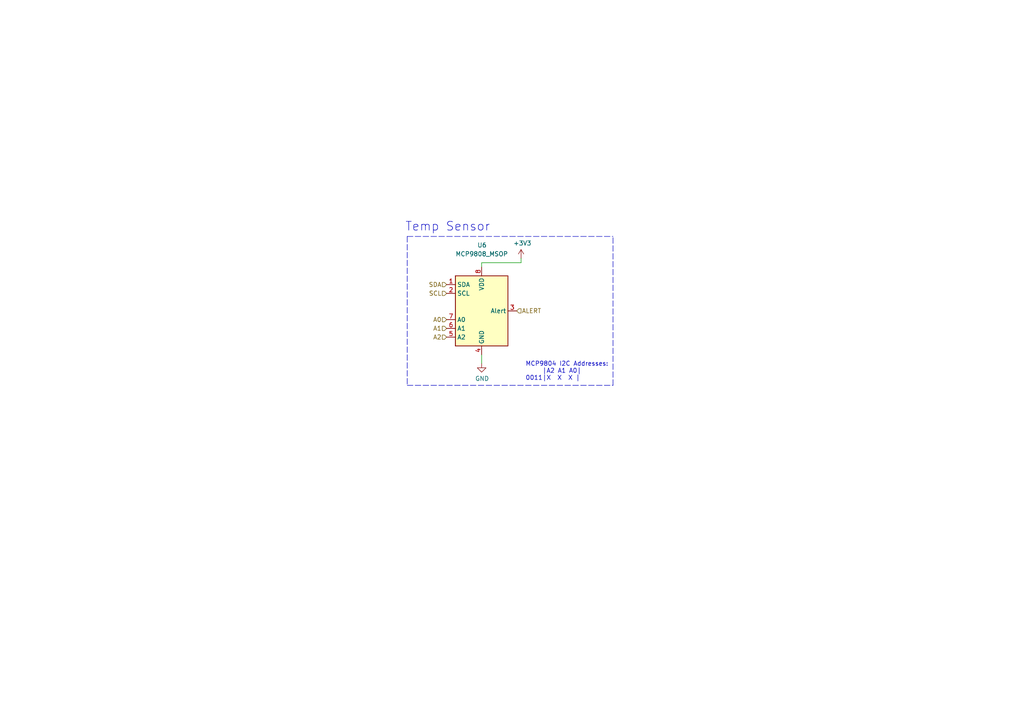
<source format=kicad_sch>
(kicad_sch (version 20211123) (generator eeschema)
  (paper "A4")
  (title_block (title "MCP9608 Temperature Sensor") (date "2021-12-06") (rev "v1.0.4") (company "Missouri S&T Rocket Design Team '21 (Thomas Francois)") (comment 1 "https://github.com/MSTRocketDesignTeam/Avionics-Data-Collection-PCB") (comment 2 "Intended as initial pre-production design") (comment 3 "Schematic depicting logical connections between components"))
  (lib_symbols
    (symbol "Data_Collection_KiCAD_Project-rescue:+3.3V-power-Data_Collection_KiCAD_Project-rescue" (power) (pin_names (offset 0))
      (property "Value" "Data_Collection_KiCAD_Project-rescue_+3.3V-power-Data_Collection_KiCAD_Project-rescue" (at 0 3.556 0))
      (symbol "+3.3V-power-Data_Collection_KiCAD_Project-rescue_0_1"
        (polyline (pts (xy -0.762 1.27) (xy 0 2.54)))
        (polyline (pts (xy 0 0) (xy 0 2.54)))
        (polyline (pts (xy 0 2.54) (xy 0.762 1.27)))
      )
      (symbol "+3.3V-power-Data_Collection_KiCAD_Project-rescue_1_1"
        (pin power_in line (at 0 0 90) (length 0) hide (name "+3V3") (number "1"))
      )
    )
    (symbol "Data_Collection_KiCAD_Project-rescue:GND-power-Data_Collection_KiCAD_Project-rescue" (power) (pin_names (offset 0))
      (property "Value" "Data_Collection_KiCAD_Project-rescue_GND-power-Data_Collection_KiCAD_Project-rescue" (at 0 -3.81 0))
      (symbol "GND-power-Data_Collection_KiCAD_Project-rescue_0_1"
        (polyline (pts (xy 0 0) (xy 0 -1.27) (xy 1.27 -1.27) (xy 0 -2.54) (xy -1.27 -1.27) (xy 0 -1.27)))
      )
      (symbol "GND-power-Data_Collection_KiCAD_Project-rescue_1_1"
        (pin power_in line (at 0 0 270) (length 0) hide (name "GND") (number "1"))
      )
    )
    (symbol "Data_Collection_KiCAD_Project-rescue:MCP9808_MSOP-Sensor_Temperature-Data_Collection_KiCAD_Project-rescue"
      (property "Reference" "U" (at -6.35 11.43 0))
      (property "Value" "Data_Collection_KiCAD_Project-rescue_MCP9808_MSOP-Sensor_Temperature-Data_Collection_KiCAD_Project-rescue" (at 10.16 11.43 0))
      (symbol "MCP9808_MSOP-Sensor_Temperature-Data_Collection_KiCAD_Project-rescue_0_1"
        (rectangle (start -7.62 10.16) (end 7.62 -10.16) (stroke (width 0.254)) (fill (type background)))
      )
      (symbol "MCP9808_MSOP-Sensor_Temperature-Data_Collection_KiCAD_Project-rescue_1_1"
        (pin bidirectional line (at -10.16 7.62 0) (length 2.54) (name "SDA") (number "1"))
        (pin input line (at -10.16 5.08 0) (length 2.54) (name "SCL") (number "2"))
        (pin output line (at 10.16 0 180) (length 2.54) (name "Alert") (number "3"))
        (pin power_in line (at 0 -12.7 90) (length 2.54) (name "GND") (number "4"))
        (pin input line (at -10.16 -7.62 0) (length 2.54) (name "A2") (number "5"))
        (pin input line (at -10.16 -5.08 0) (length 2.54) (name "A1") (number "6"))
        (pin input line (at -10.16 -2.54 0) (length 2.54) (name "A0") (number "7"))
        (pin power_in line (at 0 12.7 270) (length 2.54) (name "VDD") (number "8"))
      )
    )
  )
  (polyline (pts (xy 118.11 68.58) (xy 118.11 111.76)))
  (wire (pts (xy 139.7 76.2) (xy 151.13 76.2)))
  (wire (pts (xy 139.7 102.87) (xy 139.7 105.41)))
  (polyline (pts (xy 177.8 111.76) (xy 177.8 68.58)))
  (wire (pts (xy 151.13 76.2) (xy 151.13 74.93)))
  (polyline (pts (xy 118.11 111.76) (xy 177.8 111.76)))
  (polyline (pts (xy 118.11 68.58) (xy 177.8 68.58)))
  (wire (pts (xy 139.7 77.47) (xy 139.7 76.2)))
  (text "Temp Sensor" (at 142.24 67.31 180) (effects (font (size 2.54 2.54)) (justify right bottom)))
  (text "MCP9804 I2C Addresses:\n     |A2 A1 A0|\n0011|X  X  X |" (at 152.4 110.49 0) (effects (font (size 1.27 1.27)) (justify left bottom)))
  (hierarchical_label "A2" (shape input) (at 129.54 97.79 180))
  (hierarchical_label "SDA" (shape input) (at 129.54 82.55 180))
  (hierarchical_label "SCL" (shape input) (at 129.54 85.09 180))
  (hierarchical_label "ALERT" (shape input) (at 149.86 90.17 0))
  (hierarchical_label "A0" (shape input) (at 129.54 92.71 180))
  (hierarchical_label "A1" (shape input) (at 129.54 95.25 180))
  (symbol (lib_id "Data_Collection_KiCAD_Project-rescue:MCP9808_MSOP-Sensor_Temperature-Data_Collection_KiCAD_Project-rescue") (at 139.7 90.17 0)
    (property "Reference" "U6" (at 138.43 71.12 0) (effects (justify left)))
    (property "Value" "MCP9808_MSOP" (at 132.08 73.66 0) (effects (justify left)))
    (property "Footprint" "Package_SO:MSOP-8_3x3mm_P0.65mm" (effects hide))
    (property "Datasheet" "http://ww1.microchip.com/downloads/en/DeviceDoc/22203b.pdf" (effects hide))
  )
  (symbol (lib_id "Data_Collection_KiCAD_Project-rescue:GND-power-Data_Collection_KiCAD_Project-rescue") (at 139.7 105.41 0)
    (property "Reference" "#PWR038" (effects hide))
    (property "Value" "GND" (at 139.827 109.8042 0))
  )
  (symbol (lib_id "Data_Collection_KiCAD_Project-rescue:+3.3V-power-Data_Collection_KiCAD_Project-rescue") (at 151.13 74.93 0)
    (property "Reference" "#PWR039" (effects hide))
    (property "Value" "+3.3V" (at 151.511 70.5358 0))
  )
)
</source>
